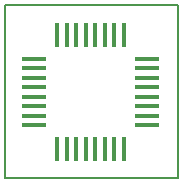
<source format=gtl>
G04 (created by PCBNEW (2014-jul-20)-stable) date lun. 09 mars 2015 07:45:17 CET*
%MOIN*%
G04 Gerber Fmt 3.4, Leading zero omitted, Abs format*
%FSLAX34Y34*%
G01*
G70*
G90*
G04 APERTURE LIST*
%ADD10C,0.00590551*%
%ADD11R,0.0787X0.0177*%
%ADD12R,0.0177X0.0787*%
G04 APERTURE END LIST*
G54D10*
X0Y0D02*
X5750Y0D01*
X0Y5750D02*
X5750Y5750D01*
X0Y5750D02*
X0Y0D01*
X5750Y5750D02*
X5750Y0D01*
G54D11*
X954Y1757D03*
X954Y2072D03*
X954Y2387D03*
X954Y2702D03*
X954Y3017D03*
X954Y3332D03*
X954Y3647D03*
X954Y3962D03*
X4720Y3960D03*
X4720Y1750D03*
X4720Y2070D03*
X4720Y2390D03*
X4720Y2700D03*
X4720Y3020D03*
X4720Y3330D03*
X4720Y3650D03*
G54D12*
X1738Y4750D03*
X2052Y4750D03*
X2368Y4750D03*
X2682Y4750D03*
X2998Y4750D03*
X3312Y4750D03*
X3628Y4750D03*
X3942Y4750D03*
X1740Y970D03*
X2050Y970D03*
X2370Y970D03*
X2680Y970D03*
X2990Y970D03*
X3310Y970D03*
X3630Y970D03*
X3950Y970D03*
M02*

</source>
